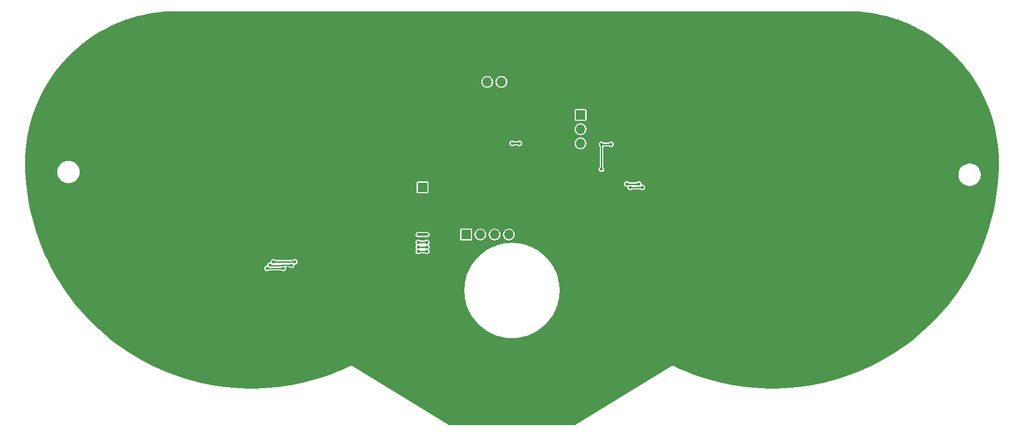
<source format=gbr>
%TF.GenerationSoftware,KiCad,Pcbnew,9.0.1*%
%TF.CreationDate,2025-05-06T09:33:05+02:00*%
%TF.ProjectId,hoofd nieuw V2,686f6f66-6420-46e6-9965-75772056322e,rev?*%
%TF.SameCoordinates,Original*%
%TF.FileFunction,Copper,L2,Bot*%
%TF.FilePolarity,Positive*%
%FSLAX46Y46*%
G04 Gerber Fmt 4.6, Leading zero omitted, Abs format (unit mm)*
G04 Created by KiCad (PCBNEW 9.0.1) date 2025-05-06 09:33:05*
%MOMM*%
%LPD*%
G01*
G04 APERTURE LIST*
%TA.AperFunction,ComponentPad*%
%ADD10R,1.700000X1.700000*%
%TD*%
%TA.AperFunction,ComponentPad*%
%ADD11O,1.700000X1.700000*%
%TD*%
%TA.AperFunction,ViaPad*%
%ADD12C,0.600000*%
%TD*%
%TA.AperFunction,Conductor*%
%ADD13C,0.550000*%
%TD*%
%TA.AperFunction,Conductor*%
%ADD14C,0.300000*%
%TD*%
%TA.AperFunction,Conductor*%
%ADD15C,0.250000*%
%TD*%
G04 APERTURE END LIST*
D10*
%TO.P,J4,1,Pin_1*%
%TO.N,GND*%
X132150000Y-33150000D03*
D11*
%TO.P,J4,2,Pin_2*%
%TO.N,Net-(J4-Pin_2)*%
X129610000Y-33150000D03*
%TO.P,J4,3,Pin_3*%
%TO.N,+3.3V*%
X127070000Y-33150000D03*
%TD*%
D10*
%TO.P,J3,1,Pin_1*%
%TO.N,+3.3V*%
X123310000Y-60450000D03*
D11*
%TO.P,J3,2,Pin_2*%
%TO.N,/SDA*%
X125850000Y-60450000D03*
%TO.P,J3,3,Pin_3*%
%TO.N,/SCL*%
X128390000Y-60450000D03*
%TO.P,J3,4,Pin_4*%
%TO.N,/mode*%
X130930000Y-60450000D03*
%TO.P,J3,5,Pin_5*%
%TO.N,GND*%
X133470000Y-60450000D03*
%TD*%
D10*
%TO.P,J2,1,Pin_1*%
%TO.N,+5V*%
X115525000Y-52000000D03*
D11*
%TO.P,J2,2,Pin_2*%
%TO.N,GND*%
X118065000Y-52000000D03*
%TD*%
D10*
%TO.P,J1,1,Pin_1*%
%TO.N,+3.3V*%
X143750000Y-39060000D03*
D11*
%TO.P,J1,2,Pin_2*%
%TO.N,/SCL*%
X143750000Y-41600000D03*
%TO.P,J1,3,Pin_3*%
%TO.N,/SDA*%
X143750000Y-44140000D03*
%TO.P,J1,4,Pin_4*%
%TO.N,GND*%
X143750000Y-46680000D03*
%TD*%
D12*
%TO.N,GND*%
X145500000Y-41500000D03*
X114300000Y-73200000D03*
X216000000Y-40000000D03*
X60675113Y-70000534D03*
X81500000Y-66100000D03*
X46000000Y-45000000D03*
X101000000Y-65000000D03*
X186000000Y-45000000D03*
X76000000Y-80000000D03*
X191000000Y-60000000D03*
X175400000Y-68000000D03*
X76000000Y-25000000D03*
X146000000Y-70000000D03*
X136000000Y-80000000D03*
X71000000Y-65000000D03*
X176000000Y-25000000D03*
X46000000Y-50000000D03*
X71000000Y-75000000D03*
X151000000Y-40000000D03*
X181000000Y-60000000D03*
X91000000Y-45000000D03*
X206000000Y-35000000D03*
X111000000Y-55000000D03*
X201000000Y-45000000D03*
X101000000Y-57500000D03*
X86000000Y-45000000D03*
X171000000Y-75000000D03*
X96000000Y-40000000D03*
X174500000Y-66700000D03*
X126000000Y-25000000D03*
X116000000Y-35000000D03*
X121000000Y-25000000D03*
X146000000Y-35000000D03*
X99800000Y-46600000D03*
X161000000Y-80000000D03*
X114400000Y-73800000D03*
X101000000Y-80000000D03*
X51000000Y-35000000D03*
X56000000Y-55000000D03*
X211000000Y-55000000D03*
X91000000Y-40000000D03*
X66000000Y-40000000D03*
X96000000Y-55000000D03*
X206000000Y-40000000D03*
X76000000Y-70000000D03*
X51000000Y-45000000D03*
X71000000Y-25000000D03*
X86000000Y-55000000D03*
X81000000Y-30000000D03*
X111000000Y-30000000D03*
X121000000Y-85000000D03*
X196000000Y-70000000D03*
X181000000Y-35000000D03*
X66000000Y-35000000D03*
X82300000Y-65300000D03*
X141000000Y-65000000D03*
X121000000Y-80000000D03*
X211000000Y-65000000D03*
X96000000Y-45000000D03*
X96000000Y-70000000D03*
X111000000Y-35000000D03*
X80500000Y-65700000D03*
X91000000Y-35000000D03*
X96000000Y-80000000D03*
X91600000Y-66800000D03*
X81000000Y-60000000D03*
X161000000Y-30000000D03*
X56000000Y-60000000D03*
X181000000Y-55000000D03*
X86000000Y-85000000D03*
X51000000Y-40000000D03*
X206000000Y-55000000D03*
X66000000Y-65000000D03*
X106000000Y-25000000D03*
X176000000Y-68000000D03*
X161000000Y-55000000D03*
X106000000Y-30000000D03*
X91000000Y-30000000D03*
X141000000Y-75000000D03*
X60675113Y-60000534D03*
X216000000Y-55000000D03*
X106000000Y-50000000D03*
X66000000Y-55000000D03*
X101000000Y-70000000D03*
X81000000Y-55000000D03*
X106000000Y-70000000D03*
X81000000Y-45000000D03*
X171000000Y-25000000D03*
X113800000Y-74800000D03*
X71000000Y-70000000D03*
X176000000Y-30000000D03*
X206000000Y-30000000D03*
X176000000Y-80000000D03*
X206000000Y-65000000D03*
X101000000Y-35000000D03*
X121660000Y-42820000D03*
X111000000Y-57500000D03*
X151000000Y-70000000D03*
X71000000Y-55000000D03*
X146000000Y-30000000D03*
X81000000Y-85000000D03*
X60675113Y-40000534D03*
X201000000Y-35000000D03*
X191000000Y-85000000D03*
X101000000Y-25000000D03*
X98800000Y-48500000D03*
X211000000Y-60000000D03*
X161000000Y-35000000D03*
X171000000Y-85000000D03*
X96000000Y-50000000D03*
X86000000Y-70000000D03*
X129700000Y-42800000D03*
X51000000Y-60000000D03*
X56000000Y-50000000D03*
X106000000Y-35000000D03*
X186000000Y-50000000D03*
X191000000Y-30000000D03*
X176000000Y-40000000D03*
X96000000Y-25000000D03*
X191000000Y-50000000D03*
X156000000Y-80000000D03*
X60675113Y-35000534D03*
X151000000Y-85000000D03*
X161000000Y-65000000D03*
X151000000Y-75000000D03*
X111000000Y-50000000D03*
X98200000Y-47000000D03*
X191000000Y-45000000D03*
X76000000Y-50000000D03*
X186000000Y-40000000D03*
X86000000Y-40000000D03*
X186000000Y-70000000D03*
X201000000Y-40000000D03*
X196000000Y-80000000D03*
X161300000Y-56200000D03*
X131000000Y-25000000D03*
X146000000Y-65000000D03*
X116400000Y-64500000D03*
X156000000Y-65000000D03*
X51000000Y-65000000D03*
X166000000Y-60000000D03*
X66000000Y-30000000D03*
X118990000Y-44300000D03*
X191000000Y-35000000D03*
X111000000Y-65000000D03*
X106000000Y-75000000D03*
X116000000Y-30000000D03*
X171000000Y-40000000D03*
X96000000Y-85000000D03*
X71000000Y-35000000D03*
X201000000Y-55000000D03*
X91000000Y-60000000D03*
X142450000Y-43270000D03*
X111000000Y-25000000D03*
X216000000Y-50000000D03*
X121000000Y-75000000D03*
X136000000Y-25000000D03*
X98200000Y-62700000D03*
X151000000Y-35000000D03*
X146500000Y-44000000D03*
X116000000Y-75000000D03*
X86000000Y-75000000D03*
X96000000Y-30000000D03*
X186000000Y-30000000D03*
X191000000Y-70000000D03*
X116000000Y-90000000D03*
X134000000Y-41500000D03*
X116300000Y-59630000D03*
X61000000Y-25000000D03*
X171000000Y-45000000D03*
X91000000Y-75000000D03*
X98300000Y-48200000D03*
X60675113Y-65000534D03*
X186000000Y-80000000D03*
X136000000Y-45000000D03*
X181000000Y-25000000D03*
X111000000Y-85000000D03*
X121000000Y-50000000D03*
X201000000Y-70000000D03*
X76000000Y-40000000D03*
X161000000Y-25000000D03*
X101000000Y-75000000D03*
X146000000Y-75000000D03*
X181000000Y-85000000D03*
X171000000Y-50000000D03*
X141000000Y-25000000D03*
X141000000Y-60000000D03*
X151000000Y-25000000D03*
X166000000Y-75000000D03*
X171000000Y-70000000D03*
X161000000Y-50000000D03*
X56000000Y-35000000D03*
X91000000Y-85000000D03*
X166000000Y-80000000D03*
X181000000Y-45000000D03*
X166000000Y-70000000D03*
X201000000Y-25000000D03*
X71000000Y-50000000D03*
X98600000Y-46500000D03*
X171000000Y-30000000D03*
X176400000Y-66900000D03*
X129700000Y-41300000D03*
X181000000Y-30000000D03*
X211000000Y-35000000D03*
X99200000Y-46500000D03*
X201000000Y-65000000D03*
X106000000Y-55000000D03*
X121000000Y-70000000D03*
X114300000Y-74400000D03*
X146500000Y-45000000D03*
X106000000Y-57500000D03*
X206000000Y-60000000D03*
X141000000Y-90000000D03*
X106000000Y-85000000D03*
X176000000Y-45000000D03*
X161000000Y-70000000D03*
X98100000Y-47600000D03*
X116000000Y-50000000D03*
X81000000Y-70000000D03*
X181000000Y-40000000D03*
X161000000Y-45000000D03*
X91000000Y-55000000D03*
X156000000Y-70000000D03*
X141000000Y-50000000D03*
X125100000Y-64200000D03*
X76000000Y-55000000D03*
X60675113Y-55000534D03*
X151000000Y-30000000D03*
X156000000Y-50000000D03*
X46000000Y-55000000D03*
X196000000Y-65000000D03*
X166000000Y-45000000D03*
X211000000Y-45000000D03*
X146820000Y-48220000D03*
X81000000Y-40000000D03*
X116000000Y-25000000D03*
X161900000Y-57200000D03*
X91000000Y-50000000D03*
X80900000Y-66100000D03*
X126000000Y-50000000D03*
X118990000Y-45600000D03*
X156000000Y-35000000D03*
X151000000Y-45000000D03*
X66000000Y-60000000D03*
X161400000Y-55600000D03*
X162500000Y-55200000D03*
X56000000Y-30000000D03*
X101430000Y-44790000D03*
X206000000Y-70000000D03*
X56000000Y-45000000D03*
X82100000Y-65900000D03*
X56000000Y-70000000D03*
X131000000Y-50000000D03*
X81000000Y-75000000D03*
X136000000Y-85000000D03*
X133290000Y-43380000D03*
X176000000Y-75000000D03*
X121000000Y-30000000D03*
X60675113Y-30000534D03*
X71000000Y-80000000D03*
X186000000Y-55000000D03*
X141000000Y-30000000D03*
X161000000Y-75000000D03*
X181000000Y-75000000D03*
X129600000Y-61100000D03*
X186000000Y-75000000D03*
X166000000Y-50000000D03*
X166000000Y-25000000D03*
X151000000Y-55000000D03*
X114710000Y-59620000D03*
X156000000Y-40000000D03*
X96000000Y-75000000D03*
X60675113Y-50000534D03*
X116000000Y-40000000D03*
X171000000Y-80000000D03*
X211000000Y-40000000D03*
X101000000Y-30000000D03*
X201000000Y-50000000D03*
X151000000Y-65000000D03*
X186000000Y-65000000D03*
X111000000Y-40000000D03*
X163000000Y-55500000D03*
X161400000Y-56800000D03*
X181000000Y-80000000D03*
X101000000Y-40000000D03*
X114260000Y-53200000D03*
X186000000Y-60000000D03*
X56000000Y-75000000D03*
X75160000Y-37200000D03*
X60675113Y-45000534D03*
X66000000Y-80000000D03*
X123200000Y-73400000D03*
X146000000Y-55000000D03*
X111000000Y-70000000D03*
X121000000Y-65000000D03*
X56000000Y-65000000D03*
X81000000Y-35000000D03*
X191000000Y-55000000D03*
X86000000Y-50000000D03*
X126000000Y-55000000D03*
X216000000Y-45000000D03*
X101000000Y-50000000D03*
X71000000Y-60000000D03*
X66000000Y-45000000D03*
X191000000Y-65000000D03*
X113200000Y-74800000D03*
X126000000Y-45000000D03*
X191000000Y-80000000D03*
X86000000Y-30000000D03*
X121000000Y-90000000D03*
X121000000Y-55000000D03*
X151000000Y-60000000D03*
X196000000Y-30000000D03*
X113800000Y-72800000D03*
X201000000Y-75000000D03*
X206000000Y-75000000D03*
X206000000Y-50000000D03*
X126000000Y-80000000D03*
X86000000Y-25000000D03*
X76000000Y-45000000D03*
X124700000Y-59600000D03*
X166000000Y-30000000D03*
X51000000Y-55000000D03*
X176000000Y-55000000D03*
X86000000Y-60000000D03*
X176000000Y-60000000D03*
X216000000Y-60000000D03*
X136000000Y-50000000D03*
X181000000Y-50000000D03*
X211000000Y-30000000D03*
X71000000Y-45000000D03*
X181000000Y-70000000D03*
X141000000Y-45000000D03*
X76000000Y-65000000D03*
X60675113Y-75000534D03*
X66000000Y-50000000D03*
X139710000Y-73630000D03*
X146000000Y-25000000D03*
X76000000Y-75000000D03*
X121790000Y-45150000D03*
X176000000Y-50000000D03*
X191000000Y-75000000D03*
X196000000Y-75000000D03*
X101000000Y-55000000D03*
X166000000Y-85000000D03*
X156000000Y-25000000D03*
X211000000Y-70000000D03*
X156000000Y-60000000D03*
X91000000Y-25000000D03*
X201000000Y-80000000D03*
X116400000Y-69100000D03*
X131000000Y-55000000D03*
X141000000Y-80000000D03*
X186000000Y-25000000D03*
X121000000Y-35000000D03*
X176400000Y-67500000D03*
X156000000Y-85000000D03*
X174500000Y-67300000D03*
X131000000Y-80000000D03*
X141000000Y-35000000D03*
X71000000Y-30000000D03*
X141000000Y-70000000D03*
X156000000Y-30000000D03*
X146000000Y-60000000D03*
X76000000Y-85000000D03*
X142000000Y-41500000D03*
X86000000Y-80000000D03*
X106000000Y-40000000D03*
X166000000Y-40000000D03*
X81000000Y-80000000D03*
X131000000Y-45000000D03*
X66000000Y-70000000D03*
X125500000Y-61900000D03*
X76000000Y-30000000D03*
X191000000Y-25000000D03*
X186000000Y-85000000D03*
X166000000Y-65000000D03*
X156000000Y-75000000D03*
X66000000Y-25000000D03*
X146000000Y-90000000D03*
X201000000Y-60000000D03*
X106000000Y-80000000D03*
X81000000Y-50000000D03*
X206000000Y-45000000D03*
X71000000Y-85000000D03*
X201000000Y-30000000D03*
X141000000Y-85000000D03*
X146000000Y-80000000D03*
X96000000Y-35000000D03*
X86000000Y-35000000D03*
X56000000Y-40000000D03*
X156000000Y-55000000D03*
X111000000Y-75000000D03*
X176000000Y-85000000D03*
X81000000Y-25000000D03*
X76000000Y-60000000D03*
X46000000Y-40000000D03*
X171000000Y-55000000D03*
X196000000Y-35000000D03*
X161900000Y-55200000D03*
X196000000Y-25000000D03*
X66000000Y-75000000D03*
X161000000Y-60000000D03*
X106000000Y-65000000D03*
X91000000Y-80000000D03*
X136000000Y-55000000D03*
%TO.N,+3.3V*%
X114775000Y-60450000D03*
X116275000Y-60450000D03*
%TO.N,Net-(U2-DVI)*%
X92110000Y-65965127D03*
X88296067Y-65875380D03*
X149176000Y-44325000D03*
X114775000Y-63460006D03*
X147499168Y-44325000D03*
X147493058Y-48766942D03*
X116275000Y-63460006D03*
%TO.N,/SDA*%
X152640523Y-52029477D03*
X131525000Y-44140000D03*
X90630657Y-66500657D03*
X154786105Y-52025000D03*
X87730000Y-66500380D03*
X114775000Y-61860000D03*
X132825000Y-44140000D03*
X116275000Y-61860000D03*
%TO.N,/SCL*%
X154131185Y-51398815D03*
X116275000Y-62660003D03*
X92689873Y-65340127D03*
X88890633Y-65340127D03*
X114775000Y-62660003D03*
X152010523Y-51399477D03*
%TD*%
D13*
%TO.N,+3.3V*%
X114775000Y-60450000D02*
X116275000Y-60450000D01*
D14*
%TO.N,Net-(U2-DVI)*%
X147499168Y-48760832D02*
X147493058Y-48766942D01*
D15*
X116265000Y-63460006D02*
X116275000Y-63470006D01*
X116275000Y-63470006D02*
X116275000Y-63460006D01*
X92019530Y-65874657D02*
X90371359Y-65874657D01*
X90279889Y-65966127D02*
X88386814Y-65966127D01*
X147499168Y-44325000D02*
X149161000Y-44325000D01*
X147499168Y-44325000D02*
X147499168Y-48760832D01*
X88386814Y-65966127D02*
X88296067Y-65875380D01*
X92110000Y-65965127D02*
X92019530Y-65874657D01*
X90371359Y-65874657D02*
X90279889Y-65966127D01*
X114775000Y-63460006D02*
X116265000Y-63460006D01*
D14*
X149161000Y-44325000D02*
X149176000Y-44340000D01*
D15*
X149161000Y-44325000D02*
X149176000Y-44325000D01*
%TO.N,/SDA*%
X116265000Y-61860000D02*
X116275000Y-61870000D01*
X154786105Y-52025000D02*
X152645000Y-52025000D01*
D14*
X132825000Y-44140000D02*
X131535000Y-44140000D01*
D15*
X114775000Y-61860000D02*
X116265000Y-61860000D01*
X116275000Y-61870000D02*
X116275000Y-61860000D01*
X152645000Y-52025000D02*
X152640523Y-52029477D01*
D14*
X131535000Y-44140000D02*
X131525000Y-44140000D01*
D15*
X90630380Y-66500380D02*
X87730000Y-66500380D01*
D14*
X131535000Y-44140000D02*
X131525000Y-44130000D01*
D15*
X90630657Y-66500657D02*
X90630380Y-66500380D01*
%TO.N,/SCL*%
X116265000Y-62660003D02*
X116275000Y-62670003D01*
X152011185Y-51398815D02*
X152010523Y-51399477D01*
X92690000Y-65340000D02*
X92689873Y-65340127D01*
X114775000Y-62660003D02*
X116265000Y-62660003D01*
X154131185Y-51398815D02*
X152011185Y-51398815D01*
X116275000Y-62670003D02*
X116275000Y-62660003D01*
X88890633Y-65340127D02*
X92689873Y-65340127D01*
%TD*%
%TA.AperFunction,Conductor*%
%TO.N,GND*%
G36*
X191501390Y-20500526D02*
G01*
X192506785Y-20519329D01*
X192512280Y-20519534D01*
X193514936Y-20575842D01*
X193520435Y-20576254D01*
X194520222Y-20670007D01*
X194525743Y-20670630D01*
X195521332Y-20801701D01*
X195526753Y-20802518D01*
X196516803Y-20970735D01*
X196522230Y-20971762D01*
X197505243Y-21176868D01*
X197510638Y-21178099D01*
X198485297Y-21419819D01*
X198490640Y-21421251D01*
X199455606Y-21699252D01*
X199460868Y-21700876D01*
X200414726Y-22014752D01*
X200419952Y-22016580D01*
X201361449Y-22365918D01*
X201366574Y-22367929D01*
X202294307Y-22752209D01*
X202299407Y-22754433D01*
X203212111Y-23173129D01*
X203217131Y-23175547D01*
X204113541Y-23628075D01*
X204118446Y-23630667D01*
X204997333Y-24116411D01*
X205002103Y-24119165D01*
X205862228Y-24637441D01*
X205866896Y-24640373D01*
X206454493Y-25025095D01*
X206707029Y-25190440D01*
X206711633Y-25193579D01*
X207530582Y-25774654D01*
X207535065Y-25777963D01*
X208331708Y-26389249D01*
X208336065Y-26392724D01*
X209109271Y-27033350D01*
X209113495Y-27036984D01*
X209862255Y-27706117D01*
X209866339Y-27709907D01*
X210589522Y-28406536D01*
X210593463Y-28410477D01*
X211290092Y-29133660D01*
X211293882Y-29137744D01*
X211963015Y-29886504D01*
X211966649Y-29890728D01*
X212607275Y-30663934D01*
X212610750Y-30668291D01*
X213222036Y-31464934D01*
X213225345Y-31469417D01*
X213806420Y-32288366D01*
X213809559Y-32292970D01*
X214359610Y-33133078D01*
X214362567Y-33137785D01*
X214773433Y-33819654D01*
X214880818Y-33997868D01*
X214883598Y-34002683D01*
X215015918Y-34242099D01*
X215369320Y-34881531D01*
X215371924Y-34886458D01*
X215824452Y-35782868D01*
X215826870Y-35787888D01*
X216245562Y-36700585D01*
X216247790Y-36705692D01*
X216632057Y-37633394D01*
X216634093Y-37638581D01*
X216983413Y-38580030D01*
X216985253Y-38585290D01*
X217299113Y-39539099D01*
X217300756Y-39544424D01*
X217578743Y-40509340D01*
X217580185Y-40514722D01*
X217821895Y-41489342D01*
X217823135Y-41494775D01*
X218028232Y-42477745D01*
X218029268Y-42483219D01*
X218197474Y-43473202D01*
X218198304Y-43478713D01*
X218329368Y-44474248D01*
X218329992Y-44479785D01*
X218423742Y-45479535D01*
X218424159Y-45485092D01*
X218480463Y-46487683D01*
X218480671Y-46493251D01*
X218499452Y-47497451D01*
X218499460Y-47502552D01*
X218479982Y-48756016D01*
X218479838Y-48760644D01*
X218421415Y-50013107D01*
X218421128Y-50017728D01*
X218323816Y-51267812D01*
X218323385Y-51272422D01*
X218187281Y-52518862D01*
X218186707Y-52523456D01*
X218011940Y-53765082D01*
X218011223Y-53769656D01*
X217797970Y-55005208D01*
X217797112Y-55009758D01*
X217545567Y-56238117D01*
X217544568Y-56242638D01*
X217254972Y-57462615D01*
X217253832Y-57467103D01*
X216926486Y-58677441D01*
X216925208Y-58681891D01*
X216560413Y-59881480D01*
X216558998Y-59885888D01*
X216157086Y-61073630D01*
X216155533Y-61077992D01*
X215716949Y-62252570D01*
X215715263Y-62256882D01*
X215240361Y-63417350D01*
X215238541Y-63421607D01*
X214727824Y-64566737D01*
X214725872Y-64570936D01*
X214179830Y-65699629D01*
X214177749Y-65703765D01*
X213596900Y-66814948D01*
X213594692Y-66819017D01*
X212979591Y-67911633D01*
X212977257Y-67915632D01*
X212328530Y-68988567D01*
X212326074Y-68992492D01*
X211644277Y-70044827D01*
X211641699Y-70048673D01*
X210927565Y-71079271D01*
X210924869Y-71083035D01*
X210179058Y-72090950D01*
X210176246Y-72094629D01*
X209399479Y-73078882D01*
X209396555Y-73082471D01*
X208589574Y-74042127D01*
X208586539Y-74045624D01*
X207750155Y-74979716D01*
X207747014Y-74983117D01*
X206881982Y-75890802D01*
X206878736Y-75894104D01*
X205985922Y-76774472D01*
X205982575Y-76777671D01*
X205062854Y-77629860D01*
X205059409Y-77632954D01*
X204113646Y-78456163D01*
X204110107Y-78459148D01*
X203139234Y-79252566D01*
X203135604Y-79255440D01*
X202140515Y-80018335D01*
X202136797Y-80021094D01*
X201118527Y-80752673D01*
X201114725Y-80755316D01*
X200074189Y-81454921D01*
X200070307Y-81457444D01*
X199008573Y-82124361D01*
X199004615Y-82126763D01*
X197922621Y-82760399D01*
X197918590Y-82762676D01*
X196817461Y-83362371D01*
X196813361Y-83364522D01*
X195694135Y-83929714D01*
X195689970Y-83931737D01*
X194553696Y-84461895D01*
X194549470Y-84463787D01*
X193397305Y-84958370D01*
X193393023Y-84960130D01*
X192226027Y-85418686D01*
X192221692Y-85420312D01*
X191041026Y-85842381D01*
X191036642Y-85843872D01*
X189843425Y-86229056D01*
X189838997Y-86230410D01*
X188634373Y-86578340D01*
X188629906Y-86579555D01*
X187415076Y-86889883D01*
X187410573Y-86890959D01*
X186186689Y-87163392D01*
X186182154Y-87164328D01*
X184950373Y-87398607D01*
X184945812Y-87399401D01*
X183707392Y-87595289D01*
X183702808Y-87595942D01*
X182458829Y-87753266D01*
X182454227Y-87753775D01*
X181206008Y-87872367D01*
X181201393Y-87872733D01*
X179950101Y-87952487D01*
X179945476Y-87952710D01*
X178692287Y-87993546D01*
X178687658Y-87993625D01*
X177433808Y-87995506D01*
X177429178Y-87995441D01*
X176175872Y-87958363D01*
X176171247Y-87958154D01*
X174919725Y-87882155D01*
X174915108Y-87881803D01*
X173666505Y-87766951D01*
X173661902Y-87766455D01*
X172417493Y-87612868D01*
X172412907Y-87612229D01*
X171173911Y-87420058D01*
X171169347Y-87419278D01*
X169936861Y-87188693D01*
X169932324Y-87187771D01*
X168707611Y-86919007D01*
X168703104Y-86917944D01*
X167487351Y-86611261D01*
X167482880Y-86610059D01*
X166277247Y-86265753D01*
X166272815Y-86264413D01*
X165078408Y-85882796D01*
X165074021Y-85881318D01*
X163892125Y-85462804D01*
X163887784Y-85461191D01*
X162719407Y-85006133D01*
X162715120Y-85004386D01*
X161561462Y-84513255D01*
X161557230Y-84511375D01*
X160429667Y-83989394D01*
X160427894Y-83988559D01*
X160424556Y-83986960D01*
X160380410Y-83963052D01*
X160368902Y-83960301D01*
X160358011Y-83955085D01*
X160357929Y-83955057D01*
X160308344Y-83945659D01*
X160301468Y-83944187D01*
X160252232Y-83932423D01*
X160240219Y-83932750D01*
X160228455Y-83930521D01*
X160174650Y-83934536D01*
X160171114Y-83934633D01*
X160171105Y-83934634D01*
X160120492Y-83936015D01*
X160108975Y-83939439D01*
X160097037Y-83940331D01*
X160046118Y-83958131D01*
X160042717Y-83959143D01*
X160042710Y-83959146D01*
X159994180Y-83973578D01*
X159994177Y-83973579D01*
X159983937Y-83979868D01*
X159972635Y-83983821D01*
X159928022Y-84014217D01*
X159925019Y-84016062D01*
X142894436Y-94477460D01*
X142820507Y-94499445D01*
X142816448Y-94499500D01*
X120183551Y-94499500D01*
X120109051Y-94479538D01*
X120105563Y-94477460D01*
X103075060Y-84016115D01*
X103072064Y-84014274D01*
X103027367Y-83983820D01*
X103016036Y-83979858D01*
X103012114Y-83977449D01*
X103005817Y-83973581D01*
X102957385Y-83959178D01*
X102950717Y-83957023D01*
X102902965Y-83940330D01*
X102902963Y-83940329D01*
X102902958Y-83940328D01*
X102890991Y-83939434D01*
X102879501Y-83936018D01*
X102825509Y-83934546D01*
X102821985Y-83934283D01*
X102821959Y-83934282D01*
X102774802Y-83930763D01*
X102771547Y-83930520D01*
X102771546Y-83930520D01*
X102771537Y-83930520D01*
X102759754Y-83932752D01*
X102747766Y-83932427D01*
X102695211Y-83944984D01*
X102691742Y-83945642D01*
X102691727Y-83945646D01*
X102642067Y-83955057D01*
X102641998Y-83955080D01*
X102631083Y-83960308D01*
X102619589Y-83963055D01*
X102575482Y-83986941D01*
X102572147Y-83988539D01*
X102571972Y-83988571D01*
X102570375Y-83989373D01*
X101442771Y-84511373D01*
X101438539Y-84513253D01*
X100284881Y-85004384D01*
X100280594Y-85006131D01*
X99112216Y-85461189D01*
X99107875Y-85462802D01*
X97925980Y-85881316D01*
X97921593Y-85882794D01*
X96727186Y-86264412D01*
X96722754Y-86265752D01*
X95517121Y-86610058D01*
X95512650Y-86611260D01*
X94296896Y-86917942D01*
X94292389Y-86919005D01*
X93067677Y-87187769D01*
X93063140Y-87188691D01*
X91830654Y-87419277D01*
X91826090Y-87420057D01*
X90587094Y-87612228D01*
X90582508Y-87612867D01*
X89338099Y-87766454D01*
X89333496Y-87766950D01*
X88084892Y-87881802D01*
X88080275Y-87882154D01*
X86828754Y-87958153D01*
X86824129Y-87958362D01*
X85570823Y-87995440D01*
X85566193Y-87995505D01*
X84312342Y-87993624D01*
X84307713Y-87993545D01*
X83054522Y-87952709D01*
X83049900Y-87952486D01*
X82964591Y-87947048D01*
X81798609Y-87872733D01*
X81793994Y-87872367D01*
X80545773Y-87753774D01*
X80541171Y-87753265D01*
X79297193Y-87595941D01*
X79292609Y-87595288D01*
X78054189Y-87399400D01*
X78049628Y-87398606D01*
X76817846Y-87164327D01*
X76813311Y-87163391D01*
X75589427Y-86890958D01*
X75584924Y-86889882D01*
X74370103Y-86579557D01*
X74365636Y-86578342D01*
X73160995Y-86230407D01*
X73156567Y-86229053D01*
X71963359Y-85843871D01*
X71958975Y-85842380D01*
X70778309Y-85420311D01*
X70773974Y-85418685D01*
X69606977Y-84960130D01*
X69602695Y-84958370D01*
X68450530Y-84463787D01*
X68446304Y-84461895D01*
X67310030Y-83931737D01*
X67305865Y-83929714D01*
X66186640Y-83364523D01*
X66182540Y-83362372D01*
X66182538Y-83362371D01*
X65481405Y-82980520D01*
X65081411Y-82762675D01*
X65077380Y-82760398D01*
X63995385Y-82126763D01*
X63991427Y-82124361D01*
X62929693Y-81457444D01*
X62925811Y-81454921D01*
X61885275Y-80755316D01*
X61881473Y-80752673D01*
X60863203Y-80021094D01*
X60859485Y-80018335D01*
X59864396Y-79255440D01*
X59860766Y-79252566D01*
X58889893Y-78459147D01*
X58886354Y-78456162D01*
X57940591Y-77632954D01*
X57937146Y-77629860D01*
X57649462Y-77363300D01*
X57017423Y-76777669D01*
X57014078Y-76774472D01*
X56121264Y-75894104D01*
X56118018Y-75890802D01*
X55654100Y-75404009D01*
X55252957Y-74983086D01*
X55249905Y-74979782D01*
X54413431Y-74045590D01*
X54410427Y-74042127D01*
X53603461Y-73082491D01*
X53600536Y-73078902D01*
X53600520Y-73078882D01*
X52823728Y-72094594D01*
X52820928Y-72090929D01*
X52223571Y-71283641D01*
X52075115Y-71083014D01*
X52072450Y-71079292D01*
X51443567Y-70171722D01*
X122999500Y-70171722D01*
X122999500Y-70728277D01*
X123035899Y-71283644D01*
X123108544Y-71835434D01*
X123217125Y-72381299D01*
X123217126Y-72381303D01*
X123361168Y-72918878D01*
X123361169Y-72918881D01*
X123361171Y-72918887D01*
X123540070Y-73445906D01*
X123753054Y-73960096D01*
X123793507Y-74042127D01*
X123999205Y-74459243D01*
X123999207Y-74459246D01*
X124277490Y-74941247D01*
X124277491Y-74941249D01*
X124420786Y-75155704D01*
X124586695Y-75404004D01*
X124925504Y-75845549D01*
X125292467Y-76263989D01*
X125686011Y-76657533D01*
X126104451Y-77024496D01*
X126545996Y-77363305D01*
X126821627Y-77547475D01*
X127008750Y-77672508D01*
X127008752Y-77672509D01*
X127008754Y-77672510D01*
X127490745Y-77950788D01*
X127490752Y-77950791D01*
X127490753Y-77950792D01*
X127490756Y-77950794D01*
X127671491Y-78039922D01*
X127989904Y-78196946D01*
X128504094Y-78409930D01*
X129031113Y-78588829D01*
X129568704Y-78732876D01*
X130114565Y-78841455D01*
X130666355Y-78914100D01*
X130781712Y-78921660D01*
X131221722Y-78950500D01*
X131221736Y-78950500D01*
X131778264Y-78950500D01*
X131778278Y-78950500D01*
X132247125Y-78919770D01*
X132333644Y-78914100D01*
X132747486Y-78859616D01*
X132885435Y-78841455D01*
X133431296Y-78732876D01*
X133968887Y-78588829D01*
X134495906Y-78409930D01*
X135010096Y-78196946D01*
X135509255Y-77950788D01*
X135991246Y-77672510D01*
X136454004Y-77363305D01*
X136895549Y-77024496D01*
X137313989Y-76657533D01*
X137707533Y-76263989D01*
X138074496Y-75845549D01*
X138413305Y-75404004D01*
X138722510Y-74941246D01*
X139000788Y-74459255D01*
X139246946Y-73960096D01*
X139459930Y-73445906D01*
X139638829Y-72918887D01*
X139782876Y-72381296D01*
X139891455Y-71835435D01*
X139964100Y-71283641D01*
X140000500Y-70728278D01*
X140000500Y-70171722D01*
X139964100Y-69616359D01*
X139964100Y-69616355D01*
X139891455Y-69064565D01*
X139876738Y-68990578D01*
X139782876Y-68518704D01*
X139638829Y-67981113D01*
X139459930Y-67454094D01*
X139246946Y-66939904D01*
X139026924Y-66493743D01*
X139000794Y-66440756D01*
X139000792Y-66440753D01*
X139000791Y-66440752D01*
X139000788Y-66440745D01*
X138722510Y-65958754D01*
X138722509Y-65958752D01*
X138722508Y-65958750D01*
X138579214Y-65744296D01*
X138413305Y-65495996D01*
X138074496Y-65054451D01*
X137707533Y-64636011D01*
X137313989Y-64242467D01*
X136895549Y-63875504D01*
X136754555Y-63767316D01*
X136454009Y-63536699D01*
X136454004Y-63536695D01*
X136270671Y-63414196D01*
X135991249Y-63227491D01*
X135991247Y-63227490D01*
X135631479Y-63019778D01*
X135509255Y-62949212D01*
X135509252Y-62949210D01*
X135509246Y-62949207D01*
X135509243Y-62949205D01*
X135169302Y-62781565D01*
X135010096Y-62703054D01*
X134495906Y-62490070D01*
X134495904Y-62490069D01*
X133968881Y-62311169D01*
X133968878Y-62311168D01*
X133464754Y-62176089D01*
X133431296Y-62167124D01*
X133248523Y-62130768D01*
X132885434Y-62058544D01*
X132333644Y-61985899D01*
X131807116Y-61951390D01*
X131778278Y-61949500D01*
X131221722Y-61949500D01*
X130666355Y-61985899D01*
X130114565Y-62058544D01*
X129661319Y-62148701D01*
X129568704Y-62167124D01*
X129568701Y-62167124D01*
X129568700Y-62167125D01*
X129568696Y-62167126D01*
X129031121Y-62311168D01*
X129031118Y-62311169D01*
X128504095Y-62490069D01*
X128504093Y-62490070D01*
X127989913Y-62703050D01*
X127989902Y-62703055D01*
X127490756Y-62949205D01*
X127490753Y-62949207D01*
X127008752Y-63227490D01*
X127008750Y-63227491D01*
X126545990Y-63536699D01*
X126104455Y-63875500D01*
X126104449Y-63875505D01*
X125686006Y-64242471D01*
X125292471Y-64636006D01*
X124925505Y-65054449D01*
X124925500Y-65054455D01*
X124586699Y-65495990D01*
X124277491Y-65958750D01*
X124277490Y-65958752D01*
X123999207Y-66440753D01*
X123999205Y-66440756D01*
X123753055Y-66939902D01*
X123753050Y-66939913D01*
X123540070Y-67454093D01*
X123540069Y-67454095D01*
X123361169Y-67981118D01*
X123361168Y-67981121D01*
X123217126Y-68518696D01*
X123217125Y-68518700D01*
X123108544Y-69064565D01*
X123035899Y-69616355D01*
X122999500Y-70171722D01*
X51443567Y-70171722D01*
X51358275Y-70048634D01*
X51355748Y-70044864D01*
X50673912Y-68992471D01*
X50671484Y-68988590D01*
X50022743Y-67915632D01*
X50020409Y-67911633D01*
X49405301Y-66819004D01*
X49403133Y-66815010D01*
X49204222Y-66434486D01*
X87229500Y-66434486D01*
X87229500Y-66434488D01*
X87229500Y-66566272D01*
X87263608Y-66693566D01*
X87263609Y-66693567D01*
X87329497Y-66807690D01*
X87329498Y-66807691D01*
X87329500Y-66807694D01*
X87422686Y-66900880D01*
X87422688Y-66900881D01*
X87422689Y-66900882D01*
X87423169Y-66901159D01*
X87536814Y-66966772D01*
X87664108Y-67000880D01*
X87795892Y-67000880D01*
X87923186Y-66966772D01*
X88037314Y-66900880D01*
X88068674Y-66869519D01*
X88135467Y-66830957D01*
X88174031Y-66825880D01*
X90186349Y-66825880D01*
X90260849Y-66845842D01*
X90291703Y-66869517D01*
X90323343Y-66901157D01*
X90437471Y-66967049D01*
X90564765Y-67001157D01*
X90696549Y-67001157D01*
X90823843Y-66967049D01*
X90937971Y-66901157D01*
X91031157Y-66807971D01*
X91097049Y-66693843D01*
X91131157Y-66566549D01*
X91131157Y-66434765D01*
X91118552Y-66387721D01*
X91118552Y-66310593D01*
X91157116Y-66243798D01*
X91223911Y-66205234D01*
X91262475Y-66200157D01*
X91581742Y-66200157D01*
X91656242Y-66220119D01*
X91702006Y-66265883D01*
X91703556Y-66264695D01*
X91709500Y-66272442D01*
X91802683Y-66365624D01*
X91802686Y-66365627D01*
X91916814Y-66431519D01*
X92044108Y-66465627D01*
X92175892Y-66465627D01*
X92303186Y-66431519D01*
X92417314Y-66365627D01*
X92510500Y-66272441D01*
X92576392Y-66158313D01*
X92610500Y-66031019D01*
X92610500Y-65989627D01*
X92630462Y-65915127D01*
X92685000Y-65860589D01*
X92746381Y-65844142D01*
X92746086Y-65841901D01*
X92755758Y-65840627D01*
X92755765Y-65840627D01*
X92883059Y-65806519D01*
X92997187Y-65740627D01*
X93090373Y-65647441D01*
X93156265Y-65533313D01*
X93190373Y-65406019D01*
X93190373Y-65274235D01*
X93156265Y-65146941D01*
X93090373Y-65032813D01*
X92997187Y-64939627D01*
X92997184Y-64939625D01*
X92997183Y-64939624D01*
X92926387Y-64898750D01*
X92883059Y-64873735D01*
X92755765Y-64839627D01*
X92623981Y-64839627D01*
X92496687Y-64873735D01*
X92496685Y-64873735D01*
X92496685Y-64873736D01*
X92382562Y-64939624D01*
X92382561Y-64939625D01*
X92382559Y-64939626D01*
X92382559Y-64939627D01*
X92351198Y-64970987D01*
X92284406Y-65009550D01*
X92245842Y-65014627D01*
X89334664Y-65014627D01*
X89260164Y-64994665D01*
X89229309Y-64970989D01*
X89197947Y-64939627D01*
X89197944Y-64939625D01*
X89197943Y-64939624D01*
X89127147Y-64898750D01*
X89083819Y-64873735D01*
X88956525Y-64839627D01*
X88824741Y-64839627D01*
X88697447Y-64873735D01*
X88697445Y-64873735D01*
X88697445Y-64873736D01*
X88583322Y-64939624D01*
X88490130Y-65032816D01*
X88424242Y-65146939D01*
X88392756Y-65264445D01*
X88354191Y-65331239D01*
X88287396Y-65369803D01*
X88248833Y-65374880D01*
X88230175Y-65374880D01*
X88102881Y-65408988D01*
X88102879Y-65408988D01*
X88102879Y-65408989D01*
X87988756Y-65474877D01*
X87895564Y-65568069D01*
X87829676Y-65682192D01*
X87829675Y-65682194D01*
X87824446Y-65701710D01*
X87795567Y-65809486D01*
X87795567Y-65851903D01*
X87775605Y-65926403D01*
X87721067Y-65980941D01*
X87673473Y-65997096D01*
X87673542Y-65997352D01*
X87669648Y-65998395D01*
X87666017Y-65999628D01*
X87664111Y-65999878D01*
X87572396Y-66024453D01*
X87536814Y-66033988D01*
X87536812Y-66033988D01*
X87536812Y-66033989D01*
X87422689Y-66099877D01*
X87329497Y-66193069D01*
X87283672Y-66272442D01*
X87263608Y-66307194D01*
X87247952Y-66365624D01*
X87229500Y-66434486D01*
X49204222Y-66434486D01*
X48822246Y-65703754D01*
X48820171Y-65699629D01*
X48811736Y-65682194D01*
X48274115Y-64570909D01*
X48272188Y-64566764D01*
X47761457Y-63421604D01*
X47759639Y-63417350D01*
X47698036Y-63266818D01*
X47284720Y-62256840D01*
X47283068Y-62252613D01*
X47111863Y-61794106D01*
X114274500Y-61794106D01*
X114274500Y-61794108D01*
X114274500Y-61925892D01*
X114308608Y-62053186D01*
X114311702Y-62058545D01*
X114374496Y-62167308D01*
X114374500Y-62167314D01*
X114374503Y-62167317D01*
X114376017Y-62169290D01*
X114376972Y-62171597D01*
X114379383Y-62175772D01*
X114378833Y-62176089D01*
X114405535Y-62240546D01*
X114395472Y-62317015D01*
X114376021Y-62350706D01*
X114374500Y-62352686D01*
X114308609Y-62466815D01*
X114308608Y-62466817D01*
X114292778Y-62525893D01*
X114274500Y-62594109D01*
X114274500Y-62594111D01*
X114274500Y-62725895D01*
X114308608Y-62853189D01*
X114308609Y-62853190D01*
X114374496Y-62967311D01*
X114374500Y-62967317D01*
X114374503Y-62967320D01*
X114376017Y-62969293D01*
X114376972Y-62971600D01*
X114379383Y-62975775D01*
X114378833Y-62976092D01*
X114405535Y-63040549D01*
X114395472Y-63117018D01*
X114376021Y-63150709D01*
X114374500Y-63152689D01*
X114308609Y-63266818D01*
X114274500Y-63394112D01*
X114274500Y-63394114D01*
X114274500Y-63525898D01*
X114308608Y-63653192D01*
X114308609Y-63653193D01*
X114374497Y-63767316D01*
X114374498Y-63767317D01*
X114374500Y-63767320D01*
X114467686Y-63860506D01*
X114581814Y-63926398D01*
X114709108Y-63960506D01*
X114840892Y-63960506D01*
X114968186Y-63926398D01*
X115082314Y-63860506D01*
X115113674Y-63829145D01*
X115180467Y-63790583D01*
X115219031Y-63785506D01*
X115830969Y-63785506D01*
X115905469Y-63805468D01*
X115936323Y-63829143D01*
X115967686Y-63860506D01*
X116081814Y-63926398D01*
X116209108Y-63960506D01*
X116340892Y-63960506D01*
X116468186Y-63926398D01*
X116582314Y-63860506D01*
X116675500Y-63767320D01*
X116741392Y-63653192D01*
X116775500Y-63525898D01*
X116775500Y-63394114D01*
X116741392Y-63266820D01*
X116675500Y-63152692D01*
X116675499Y-63152690D01*
X116673984Y-63150716D01*
X116673030Y-63148413D01*
X116670617Y-63144234D01*
X116671167Y-63143916D01*
X116644464Y-63079461D01*
X116654527Y-63002992D01*
X116673988Y-62969286D01*
X116675493Y-62967323D01*
X116675500Y-62967317D01*
X116741392Y-62853189D01*
X116775500Y-62725895D01*
X116775500Y-62594111D01*
X116741392Y-62466817D01*
X116675500Y-62352689D01*
X116675499Y-62352687D01*
X116673984Y-62350713D01*
X116673030Y-62348410D01*
X116670617Y-62344231D01*
X116671167Y-62343913D01*
X116644464Y-62279458D01*
X116654527Y-62202989D01*
X116673988Y-62169283D01*
X116675493Y-62167320D01*
X116675500Y-62167314D01*
X116741392Y-62053186D01*
X116775500Y-61925892D01*
X116775500Y-61794108D01*
X116741392Y-61666814D01*
X116675500Y-61552686D01*
X116582314Y-61459500D01*
X116582311Y-61459498D01*
X116582310Y-61459497D01*
X116511514Y-61418623D01*
X116468186Y-61393608D01*
X116340892Y-61359500D01*
X116209108Y-61359500D01*
X116081814Y-61393608D01*
X116081812Y-61393608D01*
X116081812Y-61393609D01*
X115967689Y-61459497D01*
X115967688Y-61459498D01*
X115967686Y-61459499D01*
X115967686Y-61459500D01*
X115936325Y-61490860D01*
X115869533Y-61529423D01*
X115830969Y-61534500D01*
X115219031Y-61534500D01*
X115144531Y-61514538D01*
X115113676Y-61490862D01*
X115082314Y-61459500D01*
X115082311Y-61459498D01*
X115082310Y-61459497D01*
X115011514Y-61418623D01*
X114968186Y-61393608D01*
X114840892Y-61359500D01*
X114709108Y-61359500D01*
X114581814Y-61393608D01*
X114581812Y-61393608D01*
X114581812Y-61393609D01*
X114467689Y-61459497D01*
X114374497Y-61552689D01*
X114308609Y-61666812D01*
X114274500Y-61794106D01*
X47111863Y-61794106D01*
X46844452Y-61077950D01*
X46842928Y-61073671D01*
X46609591Y-60384106D01*
X114274500Y-60384106D01*
X114274500Y-60384108D01*
X114274500Y-60515892D01*
X114308608Y-60643186D01*
X114308609Y-60643187D01*
X114374497Y-60757310D01*
X114374498Y-60757311D01*
X114374500Y-60757314D01*
X114467686Y-60850500D01*
X114581814Y-60916392D01*
X114709108Y-60950500D01*
X114840892Y-60950500D01*
X114877128Y-60940790D01*
X114915247Y-60930577D01*
X114953811Y-60925500D01*
X116096189Y-60925500D01*
X116134753Y-60930577D01*
X116209104Y-60950499D01*
X116209108Y-60950500D01*
X116340892Y-60950500D01*
X116468186Y-60916392D01*
X116582314Y-60850500D01*
X116675500Y-60757314D01*
X116741392Y-60643186D01*
X116775500Y-60515892D01*
X116775500Y-60384108D01*
X116741392Y-60256814D01*
X116691360Y-60170157D01*
X116675502Y-60142689D01*
X116675501Y-60142688D01*
X116675500Y-60142686D01*
X116582314Y-60049500D01*
X116582311Y-60049498D01*
X116582310Y-60049497D01*
X116511514Y-60008623D01*
X116468186Y-59983608D01*
X116340892Y-59949500D01*
X116209108Y-59949500D01*
X116209104Y-59949500D01*
X116134753Y-59969423D01*
X116096189Y-59974500D01*
X114953811Y-59974500D01*
X114915247Y-59969423D01*
X114840895Y-59949500D01*
X114840892Y-59949500D01*
X114709108Y-59949500D01*
X114581814Y-59983608D01*
X114581812Y-59983608D01*
X114581812Y-59983609D01*
X114467689Y-60049497D01*
X114374497Y-60142689D01*
X114308609Y-60256812D01*
X114274500Y-60384106D01*
X46609591Y-60384106D01*
X46440996Y-59885870D01*
X46439587Y-59881480D01*
X46358941Y-59616283D01*
X46347984Y-59580251D01*
X122259500Y-59580251D01*
X122259500Y-61319748D01*
X122271132Y-61378230D01*
X122271133Y-61378231D01*
X122315448Y-61444552D01*
X122381769Y-61488867D01*
X122440252Y-61500500D01*
X124179748Y-61500500D01*
X124238231Y-61488867D01*
X124304552Y-61444552D01*
X124348867Y-61378231D01*
X124360500Y-61319748D01*
X124360500Y-60346534D01*
X124799500Y-60346534D01*
X124799500Y-60553465D01*
X124817346Y-60643186D01*
X124839870Y-60756420D01*
X124853455Y-60789219D01*
X124919057Y-60947596D01*
X125034022Y-61119654D01*
X125180345Y-61265977D01*
X125352403Y-61380942D01*
X125431591Y-61413742D01*
X125543580Y-61460130D01*
X125746535Y-61500500D01*
X125953465Y-61500500D01*
X126156420Y-61460130D01*
X126347598Y-61380941D01*
X126519655Y-61265977D01*
X126665977Y-61119655D01*
X126780941Y-60947598D01*
X126860130Y-60756420D01*
X126900500Y-60553465D01*
X126900500Y-60346535D01*
X126900500Y-60346534D01*
X127339500Y-60346534D01*
X127339500Y-60553465D01*
X127357346Y-60643186D01*
X127379870Y-60756420D01*
X127393455Y-60789219D01*
X127459057Y-60947596D01*
X127574022Y-61119654D01*
X127720345Y-61265977D01*
X127892403Y-61380942D01*
X127971591Y-61413742D01*
X128083580Y-61460130D01*
X128286535Y-61500500D01*
X128493465Y-61500500D01*
X128696420Y-61460130D01*
X128887598Y-61380941D01*
X129059655Y-61265977D01*
X129205977Y-61119655D01*
X129320941Y-60947598D01*
X129400130Y-60756420D01*
X129440500Y-60553465D01*
X129440500Y-60346535D01*
X129440500Y-60346534D01*
X129879500Y-60346534D01*
X129879500Y-60553465D01*
X129897346Y-60643186D01*
X129919870Y-60756420D01*
X129933455Y-60789219D01*
X129999057Y-60947596D01*
X130114022Y-61119654D01*
X130260345Y-61265977D01*
X130432403Y-61380942D01*
X130511591Y-61413742D01*
X130623580Y-61460130D01*
X130826535Y-61500500D01*
X131033465Y-61500500D01*
X131236420Y-61460130D01*
X131427598Y-61380941D01*
X131599655Y-61265977D01*
X131745977Y-61119655D01*
X131860941Y-60947598D01*
X131940130Y-60756420D01*
X131980500Y-60553465D01*
X131980500Y-60346535D01*
X131940130Y-60143580D01*
X131893742Y-60031591D01*
X131860942Y-59952403D01*
X131745977Y-59780345D01*
X131599654Y-59634022D01*
X131427596Y-59519057D01*
X131269219Y-59453455D01*
X131236420Y-59439870D01*
X131236418Y-59439869D01*
X131236417Y-59439869D01*
X131033465Y-59399500D01*
X130826535Y-59399500D01*
X130623582Y-59439869D01*
X130432403Y-59519057D01*
X130260345Y-59634022D01*
X130114022Y-59780345D01*
X129999057Y-59952403D01*
X129919869Y-60143582D01*
X129879500Y-60346534D01*
X129440500Y-60346534D01*
X129400130Y-60143580D01*
X129353742Y-60031591D01*
X129320942Y-59952403D01*
X129205977Y-59780345D01*
X129059654Y-59634022D01*
X128887596Y-59519057D01*
X128729219Y-59453455D01*
X128696420Y-59439870D01*
X128696418Y-59439869D01*
X128696417Y-59439869D01*
X128493465Y-59399500D01*
X128286535Y-59399500D01*
X128083582Y-59439869D01*
X127892403Y-59519057D01*
X127720345Y-59634022D01*
X127574022Y-59780345D01*
X127459057Y-59952403D01*
X127379869Y-60143582D01*
X127339500Y-60346534D01*
X126900500Y-60346534D01*
X126860130Y-60143580D01*
X126813742Y-60031591D01*
X126780942Y-59952403D01*
X126665977Y-59780345D01*
X126519654Y-59634022D01*
X126347596Y-59519057D01*
X126189219Y-59453455D01*
X126156420Y-59439870D01*
X126156418Y-59439869D01*
X126156417Y-59439869D01*
X125953465Y-59399500D01*
X125746535Y-59399500D01*
X125543582Y-59439869D01*
X125352403Y-59519057D01*
X125180345Y-59634022D01*
X125034022Y-59780345D01*
X124919057Y-59952403D01*
X124839869Y-60143582D01*
X124799500Y-60346534D01*
X124360500Y-60346534D01*
X124360500Y-59580252D01*
X124348867Y-59521769D01*
X124304552Y-59455448D01*
X124238231Y-59411133D01*
X124238230Y-59411132D01*
X124179748Y-59399500D01*
X122440252Y-59399500D01*
X122381769Y-59411132D01*
X122315448Y-59455448D01*
X122271132Y-59521769D01*
X122259500Y-59580251D01*
X46347984Y-59580251D01*
X46074792Y-58681891D01*
X46073514Y-58677441D01*
X45746168Y-57467103D01*
X45745028Y-57462615D01*
X45455419Y-56242582D01*
X45454445Y-56238173D01*
X45202883Y-55009733D01*
X45202030Y-55005208D01*
X45106790Y-54453402D01*
X44988770Y-53769616D01*
X44988066Y-53765121D01*
X44813288Y-52523417D01*
X44812724Y-52518902D01*
X44676613Y-51272405D01*
X44676184Y-51267812D01*
X44578870Y-50017711D01*
X44578585Y-50013107D01*
X44573048Y-49894415D01*
X44543802Y-49267441D01*
X44536969Y-49120945D01*
X44536872Y-49118876D01*
X50249500Y-49118876D01*
X50249500Y-49381123D01*
X50283728Y-49641107D01*
X50283728Y-49641110D01*
X50351600Y-49894415D01*
X50351600Y-49894416D01*
X50451959Y-50136701D01*
X50583078Y-50363806D01*
X50583078Y-50363807D01*
X50742715Y-50571848D01*
X50928151Y-50757284D01*
X51066969Y-50863803D01*
X51136197Y-50916924D01*
X51363303Y-51048043D01*
X51561770Y-51130251D01*
X51605583Y-51148399D01*
X51693332Y-51171910D01*
X51858884Y-51216270D01*
X51858890Y-51216270D01*
X51858891Y-51216271D01*
X51895834Y-51221134D01*
X52118877Y-51250499D01*
X52118878Y-51250500D01*
X52118880Y-51250500D01*
X52381122Y-51250500D01*
X52381122Y-51250499D01*
X52641108Y-51216271D01*
X52641110Y-51216271D01*
X52641111Y-51216270D01*
X52641116Y-51216270D01*
X52894415Y-51148399D01*
X52894416Y-51148399D01*
X52894417Y-51148398D01*
X52894419Y-51148398D01*
X52938230Y-51130251D01*
X114474500Y-51130251D01*
X114474500Y-52869748D01*
X114486132Y-52928230D01*
X114486133Y-52928231D01*
X114530448Y-52994552D01*
X114596769Y-53038867D01*
X114655252Y-53050500D01*
X116394748Y-53050500D01*
X116453231Y-53038867D01*
X116519552Y-52994552D01*
X116563867Y-52928231D01*
X116575500Y-52869748D01*
X116575500Y-51333583D01*
X151510023Y-51333583D01*
X151510023Y-51333585D01*
X151510023Y-51465369D01*
X151544131Y-51592663D01*
X151562512Y-51624500D01*
X151610020Y-51706787D01*
X151610021Y-51706788D01*
X151610023Y-51706791D01*
X151703209Y-51799977D01*
X151817337Y-51865869D01*
X151944631Y-51899977D01*
X151991023Y-51899977D01*
X152065523Y-51919939D01*
X152120061Y-51974477D01*
X152140023Y-52048977D01*
X152140023Y-52095369D01*
X152174131Y-52222663D01*
X152174132Y-52222664D01*
X152240020Y-52336787D01*
X152240021Y-52336788D01*
X152240023Y-52336791D01*
X152333209Y-52429977D01*
X152447337Y-52495869D01*
X152574631Y-52529977D01*
X152706415Y-52529977D01*
X152833709Y-52495869D01*
X152947837Y-52429977D01*
X152983674Y-52394139D01*
X153050467Y-52355577D01*
X153089031Y-52350500D01*
X154342074Y-52350500D01*
X154416574Y-52370462D01*
X154447428Y-52394137D01*
X154478791Y-52425500D01*
X154592919Y-52491392D01*
X154720213Y-52525500D01*
X154851997Y-52525500D01*
X154979291Y-52491392D01*
X155093419Y-52425500D01*
X155186605Y-52332314D01*
X155252497Y-52218186D01*
X155286605Y-52090892D01*
X155286605Y-51959108D01*
X155252497Y-51831814D01*
X155186605Y-51717686D01*
X155093419Y-51624500D01*
X155093416Y-51624498D01*
X155093415Y-51624497D01*
X155022619Y-51583623D01*
X154979291Y-51558608D01*
X154851997Y-51524500D01*
X154780685Y-51524500D01*
X154706185Y-51504538D01*
X154651647Y-51450000D01*
X154631685Y-51375500D01*
X154631685Y-51332923D01*
X154631684Y-51332921D01*
X154597577Y-51205629D01*
X154531685Y-51091501D01*
X154438499Y-50998315D01*
X154438496Y-50998313D01*
X154438495Y-50998312D01*
X154325519Y-50933086D01*
X154324371Y-50932423D01*
X154197077Y-50898315D01*
X154065293Y-50898315D01*
X153937999Y-50932423D01*
X153937997Y-50932423D01*
X153937997Y-50932424D01*
X153823874Y-50998312D01*
X153823873Y-50998313D01*
X153823871Y-50998314D01*
X153823871Y-50998315D01*
X153792510Y-51029675D01*
X153725718Y-51068238D01*
X153687154Y-51073315D01*
X152453892Y-51073315D01*
X152379392Y-51053353D01*
X152348537Y-51029677D01*
X152317837Y-50998977D01*
X152317834Y-50998975D01*
X152317833Y-50998974D01*
X152247037Y-50958100D01*
X152203709Y-50933085D01*
X152076415Y-50898977D01*
X151944631Y-50898977D01*
X151817337Y-50933085D01*
X151817335Y-50933085D01*
X151817335Y-50933086D01*
X151703212Y-50998974D01*
X151610020Y-51092166D01*
X151544514Y-51205627D01*
X151544131Y-51206291D01*
X151541457Y-51216271D01*
X151510023Y-51333583D01*
X116575500Y-51333583D01*
X116575500Y-51130252D01*
X116563867Y-51071769D01*
X116519552Y-51005448D01*
X116453231Y-50961133D01*
X116453230Y-50961132D01*
X116394748Y-50949500D01*
X114655252Y-50949500D01*
X114596769Y-50961132D01*
X114530448Y-51005448D01*
X114486132Y-51071769D01*
X114474500Y-51130251D01*
X52938230Y-51130251D01*
X53136697Y-51048043D01*
X53363803Y-50916924D01*
X53571848Y-50757284D01*
X53571849Y-50757284D01*
X53757284Y-50571849D01*
X53757284Y-50571848D01*
X53916921Y-50363807D01*
X53916921Y-50363806D01*
X53916924Y-50363803D01*
X54048043Y-50136697D01*
X54148398Y-49894419D01*
X54216270Y-49641116D01*
X54217540Y-49631462D01*
X54219198Y-49618876D01*
X211259500Y-49618876D01*
X211259500Y-49881123D01*
X211293728Y-50141107D01*
X211293728Y-50141110D01*
X211361600Y-50394415D01*
X211361600Y-50394416D01*
X211461959Y-50636701D01*
X211593078Y-50863806D01*
X211593078Y-50863807D01*
X211752715Y-51071848D01*
X211938151Y-51257284D01*
X212146193Y-51416921D01*
X212146197Y-51416924D01*
X212373303Y-51548043D01*
X212557879Y-51624497D01*
X212615583Y-51648399D01*
X212703332Y-51671910D01*
X212868884Y-51716270D01*
X212868890Y-51716270D01*
X212868891Y-51716271D01*
X212879639Y-51717686D01*
X213128877Y-51750499D01*
X213128878Y-51750500D01*
X213128880Y-51750500D01*
X213391122Y-51750500D01*
X213391122Y-51750499D01*
X213651108Y-51716271D01*
X213651110Y-51716271D01*
X213651111Y-51716270D01*
X213651116Y-51716270D01*
X213904415Y-51648399D01*
X213904416Y-51648399D01*
X213904417Y-51648398D01*
X213904419Y-51648398D01*
X214146697Y-51548043D01*
X214373803Y-51416924D01*
X214581848Y-51257284D01*
X214581849Y-51257284D01*
X214767284Y-51071849D01*
X214767284Y-51071848D01*
X214785551Y-51048043D01*
X214926924Y-50863803D01*
X215058043Y-50636697D01*
X215158398Y-50394419D01*
X215226270Y-50141116D01*
X215260500Y-49881120D01*
X215260500Y-49618880D01*
X215226270Y-49358884D01*
X215162515Y-49120945D01*
X215158399Y-49105584D01*
X215158399Y-49105583D01*
X215142752Y-49067809D01*
X215058043Y-48863303D01*
X214926924Y-48636197D01*
X214926921Y-48636193D01*
X214926921Y-48636192D01*
X214767284Y-48428151D01*
X214581848Y-48242715D01*
X214373806Y-48083078D01*
X214146701Y-47951959D01*
X214146699Y-47951958D01*
X214146697Y-47951957D01*
X214071154Y-47920666D01*
X213904416Y-47851600D01*
X213678255Y-47791002D01*
X213651116Y-47783730D01*
X213651114Y-47783729D01*
X213651108Y-47783728D01*
X213391123Y-47749500D01*
X213391120Y-47749500D01*
X213128880Y-47749500D01*
X213128876Y-47749500D01*
X212868892Y-47783728D01*
X212868889Y-47783728D01*
X212615584Y-47851600D01*
X212615583Y-47851600D01*
X212373298Y-47951959D01*
X212146193Y-48083078D01*
X212146192Y-48083078D01*
X211938151Y-48242715D01*
X211938151Y-48242716D01*
X211938149Y-48242718D01*
X211752718Y-48428149D01*
X211752716Y-48428151D01*
X211752715Y-48428151D01*
X211593078Y-48636192D01*
X211593078Y-48636193D01*
X211461959Y-48863298D01*
X211361600Y-49105583D01*
X211361600Y-49105584D01*
X211293728Y-49358889D01*
X211293728Y-49358892D01*
X211259500Y-49618876D01*
X54219198Y-49618876D01*
X54222401Y-49594553D01*
X54237548Y-49479495D01*
X54250500Y-49381120D01*
X54250500Y-49118880D01*
X54216270Y-48858884D01*
X54173978Y-48701048D01*
X146992558Y-48701048D01*
X146992558Y-48701050D01*
X146992558Y-48832834D01*
X147026666Y-48960128D01*
X147026667Y-48960129D01*
X147092555Y-49074252D01*
X147092556Y-49074253D01*
X147092558Y-49074256D01*
X147185744Y-49167442D01*
X147299872Y-49233334D01*
X147427166Y-49267442D01*
X147558950Y-49267442D01*
X147686244Y-49233334D01*
X147800372Y-49167442D01*
X147893558Y-49074256D01*
X147959450Y-48960128D01*
X147993558Y-48832834D01*
X147993558Y-48701050D01*
X147959450Y-48573756D01*
X147893558Y-48459628D01*
X147868307Y-48434377D01*
X147829744Y-48367582D01*
X147824668Y-48329020D01*
X147824668Y-44799500D01*
X147844630Y-44725000D01*
X147899168Y-44670462D01*
X147973668Y-44650500D01*
X148731969Y-44650500D01*
X148806469Y-44670462D01*
X148837323Y-44694137D01*
X148868686Y-44725500D01*
X148982814Y-44791392D01*
X149110108Y-44825500D01*
X149241892Y-44825500D01*
X149369186Y-44791392D01*
X149483314Y-44725500D01*
X149576500Y-44632314D01*
X149642392Y-44518186D01*
X149676500Y-44390892D01*
X149676500Y-44259108D01*
X149642392Y-44131814D01*
X149576500Y-44017686D01*
X149483314Y-43924500D01*
X149483311Y-43924498D01*
X149483310Y-43924497D01*
X149412514Y-43883623D01*
X149369186Y-43858608D01*
X149241892Y-43824500D01*
X149110108Y-43824500D01*
X148982814Y-43858608D01*
X148982812Y-43858608D01*
X148982812Y-43858609D01*
X148868689Y-43924497D01*
X148868688Y-43924498D01*
X148868686Y-43924499D01*
X148868686Y-43924500D01*
X148837325Y-43955860D01*
X148770533Y-43994423D01*
X148731969Y-43999500D01*
X147943199Y-43999500D01*
X147868699Y-43979538D01*
X147837844Y-43955862D01*
X147806482Y-43924500D01*
X147806479Y-43924498D01*
X147806478Y-43924497D01*
X147735682Y-43883623D01*
X147692354Y-43858608D01*
X147565060Y-43824500D01*
X147433276Y-43824500D01*
X147305982Y-43858608D01*
X147305980Y-43858608D01*
X147305980Y-43858609D01*
X147191857Y-43924497D01*
X147098665Y-44017689D01*
X147032777Y-44131812D01*
X146998668Y-44259106D01*
X146998668Y-44259108D01*
X146998668Y-44390892D01*
X147032776Y-44518186D01*
X147032777Y-44518187D01*
X147098665Y-44632310D01*
X147098666Y-44632311D01*
X147098668Y-44632314D01*
X147130028Y-44663674D01*
X147168591Y-44730467D01*
X147173668Y-44769031D01*
X147173668Y-48316800D01*
X147153706Y-48391300D01*
X147130028Y-48422158D01*
X147092555Y-48459631D01*
X147026667Y-48573754D01*
X146992558Y-48701048D01*
X54173978Y-48701048D01*
X54148399Y-48605584D01*
X54148399Y-48605583D01*
X54087943Y-48459631D01*
X54048043Y-48363303D01*
X53916924Y-48136197D01*
X53916921Y-48136193D01*
X53916921Y-48136192D01*
X53757284Y-47928151D01*
X53571848Y-47742715D01*
X53363806Y-47583078D01*
X53136701Y-47451959D01*
X53136699Y-47451958D01*
X53136697Y-47451957D01*
X53061154Y-47420666D01*
X52894416Y-47351600D01*
X52668255Y-47291002D01*
X52641116Y-47283730D01*
X52641114Y-47283729D01*
X52641108Y-47283728D01*
X52381123Y-47249500D01*
X52381120Y-47249500D01*
X52118880Y-47249500D01*
X52118876Y-47249500D01*
X51858892Y-47283728D01*
X51858889Y-47283728D01*
X51605584Y-47351600D01*
X51605583Y-47351600D01*
X51363298Y-47451959D01*
X51136193Y-47583078D01*
X51136192Y-47583078D01*
X50928151Y-47742715D01*
X50928151Y-47742716D01*
X50928149Y-47742718D01*
X50742718Y-47928149D01*
X50742716Y-47928151D01*
X50742715Y-47928151D01*
X50583078Y-48136192D01*
X50583078Y-48136193D01*
X50451959Y-48363298D01*
X50351600Y-48605583D01*
X50351600Y-48605584D01*
X50283728Y-48858889D01*
X50283728Y-48858892D01*
X50249500Y-49118876D01*
X44536872Y-49118876D01*
X44523530Y-48832835D01*
X44520161Y-48760638D01*
X44520018Y-48756016D01*
X44517680Y-48605584D01*
X44500540Y-47502510D01*
X44500548Y-47497411D01*
X44501398Y-47451959D01*
X44519329Y-46493212D01*
X44519534Y-46487721D01*
X44575842Y-45485059D01*
X44576254Y-45479568D01*
X44670008Y-44479771D01*
X44670631Y-44474248D01*
X44674177Y-44447314D01*
X44723310Y-44074106D01*
X131024500Y-44074106D01*
X131024500Y-44074108D01*
X131024500Y-44205892D01*
X131058608Y-44333186D01*
X131058609Y-44333187D01*
X131124497Y-44447310D01*
X131124498Y-44447311D01*
X131124500Y-44447314D01*
X131217686Y-44540500D01*
X131331814Y-44606392D01*
X131459108Y-44640500D01*
X131590892Y-44640500D01*
X131718186Y-44606392D01*
X131832314Y-44540500D01*
X131838674Y-44534139D01*
X131905467Y-44495577D01*
X131944031Y-44490500D01*
X132405969Y-44490500D01*
X132480469Y-44510462D01*
X132511323Y-44534137D01*
X132517686Y-44540500D01*
X132631814Y-44606392D01*
X132759108Y-44640500D01*
X132890892Y-44640500D01*
X133018186Y-44606392D01*
X133132314Y-44540500D01*
X133225500Y-44447314D01*
X133291392Y-44333186D01*
X133325500Y-44205892D01*
X133325500Y-44074108D01*
X133325499Y-44074104D01*
X133323804Y-44067776D01*
X133315432Y-44036534D01*
X142699500Y-44036534D01*
X142699500Y-44243465D01*
X142728824Y-44390891D01*
X142739870Y-44446420D01*
X142751397Y-44474248D01*
X142819057Y-44637596D01*
X142934022Y-44809654D01*
X143080345Y-44955977D01*
X143252403Y-45070942D01*
X143331591Y-45103742D01*
X143443580Y-45150130D01*
X143646535Y-45190500D01*
X143853465Y-45190500D01*
X144056420Y-45150130D01*
X144247598Y-45070941D01*
X144419655Y-44955977D01*
X144565977Y-44809655D01*
X144680941Y-44637598D01*
X144683132Y-44632310D01*
X144693868Y-44606390D01*
X144760130Y-44446420D01*
X144800500Y-44243465D01*
X144800500Y-44036535D01*
X144792123Y-43994423D01*
X144778215Y-43924500D01*
X144760130Y-43833580D01*
X144713742Y-43721591D01*
X144680942Y-43642403D01*
X144565977Y-43470345D01*
X144419654Y-43324022D01*
X144247596Y-43209057D01*
X144089219Y-43143455D01*
X144056420Y-43129870D01*
X144056418Y-43129869D01*
X144056417Y-43129869D01*
X143853465Y-43089500D01*
X143646535Y-43089500D01*
X143443582Y-43129869D01*
X143252403Y-43209057D01*
X143080345Y-43324022D01*
X142934022Y-43470345D01*
X142819057Y-43642403D01*
X142739869Y-43833582D01*
X142699500Y-44036534D01*
X133315432Y-44036534D01*
X133313964Y-44031057D01*
X133291392Y-43946814D01*
X133240466Y-43858608D01*
X133225502Y-43832689D01*
X133225501Y-43832688D01*
X133225500Y-43832686D01*
X133132314Y-43739500D01*
X133132311Y-43739498D01*
X133132310Y-43739497D01*
X133061514Y-43698623D01*
X133018186Y-43673608D01*
X132890892Y-43639500D01*
X132759108Y-43639500D01*
X132631814Y-43673608D01*
X132631812Y-43673608D01*
X132631812Y-43673609D01*
X132517689Y-43739497D01*
X132517688Y-43739498D01*
X132517686Y-43739499D01*
X132517686Y-43739500D01*
X132511325Y-43745860D01*
X132444533Y-43784423D01*
X132405969Y-43789500D01*
X131944031Y-43789500D01*
X131869531Y-43769538D01*
X131838676Y-43745862D01*
X131832314Y-43739500D01*
X131832311Y-43739498D01*
X131832310Y-43739497D01*
X131761514Y-43698623D01*
X131718186Y-43673608D01*
X131590892Y-43639500D01*
X131459108Y-43639500D01*
X131331814Y-43673608D01*
X131331812Y-43673608D01*
X131331812Y-43673609D01*
X131217689Y-43739497D01*
X131124497Y-43832689D01*
X131058609Y-43946812D01*
X131058608Y-43946814D01*
X131049840Y-43979538D01*
X131024500Y-44074106D01*
X44723310Y-44074106D01*
X44801702Y-43478659D01*
X44802517Y-43473254D01*
X44970737Y-42483186D01*
X44971760Y-42477778D01*
X45176497Y-41496534D01*
X142699500Y-41496534D01*
X142699500Y-41703465D01*
X142739869Y-41906417D01*
X142819057Y-42097596D01*
X142934022Y-42269654D01*
X143080345Y-42415977D01*
X143252403Y-42530942D01*
X143331591Y-42563742D01*
X143443580Y-42610130D01*
X143646535Y-42650500D01*
X143853465Y-42650500D01*
X144056420Y-42610130D01*
X144247598Y-42530941D01*
X144419655Y-42415977D01*
X144565977Y-42269655D01*
X144680941Y-42097598D01*
X144760130Y-41906420D01*
X144800500Y-41703465D01*
X144800500Y-41496535D01*
X144799069Y-41489343D01*
X144760130Y-41293582D01*
X144760130Y-41293580D01*
X144713742Y-41181591D01*
X144680942Y-41102403D01*
X144565977Y-40930345D01*
X144419654Y-40784022D01*
X144247596Y-40669057D01*
X144089219Y-40603455D01*
X144056420Y-40589870D01*
X144056418Y-40589869D01*
X144056417Y-40589869D01*
X143853465Y-40549500D01*
X143646535Y-40549500D01*
X143443582Y-40589869D01*
X143252403Y-40669057D01*
X143080345Y-40784022D01*
X142934022Y-40930345D01*
X142819057Y-41102403D01*
X142739869Y-41293582D01*
X142699500Y-41496534D01*
X45176497Y-41496534D01*
X45176870Y-41494744D01*
X45178104Y-41489343D01*
X45419822Y-40514689D01*
X45421247Y-40509372D01*
X45699257Y-39544378D01*
X45700871Y-39539146D01*
X46014757Y-38585256D01*
X46016574Y-38580063D01*
X46161212Y-38190251D01*
X142699500Y-38190251D01*
X142699500Y-39929748D01*
X142711132Y-39988230D01*
X142711133Y-39988231D01*
X142755448Y-40054552D01*
X142821769Y-40098867D01*
X142880252Y-40110500D01*
X144619748Y-40110500D01*
X144678231Y-40098867D01*
X144744552Y-40054552D01*
X144788867Y-39988231D01*
X144800500Y-39929748D01*
X144800500Y-38190252D01*
X144788867Y-38131769D01*
X144744552Y-38065448D01*
X144678231Y-38021133D01*
X144678230Y-38021132D01*
X144619748Y-38009500D01*
X142880252Y-38009500D01*
X142821769Y-38021132D01*
X142755448Y-38065448D01*
X142711132Y-38131769D01*
X142699500Y-38190251D01*
X46161212Y-38190251D01*
X46365925Y-37638531D01*
X46367922Y-37633443D01*
X46752220Y-36705666D01*
X46754425Y-36700612D01*
X47173138Y-35787867D01*
X47175547Y-35782868D01*
X47494087Y-35151874D01*
X47628087Y-34886434D01*
X47630655Y-34881575D01*
X48116424Y-34002643D01*
X48119151Y-33997919D01*
X48637456Y-33137746D01*
X48640358Y-33133127D01*
X48697054Y-33046534D01*
X126019500Y-33046534D01*
X126019500Y-33253465D01*
X126059869Y-33456417D01*
X126139057Y-33647596D01*
X126254022Y-33819654D01*
X126400345Y-33965977D01*
X126572403Y-34080942D01*
X126651591Y-34113742D01*
X126763580Y-34160130D01*
X126966535Y-34200500D01*
X127173465Y-34200500D01*
X127376420Y-34160130D01*
X127567598Y-34080941D01*
X127739655Y-33965977D01*
X127885977Y-33819655D01*
X128000941Y-33647598D01*
X128080130Y-33456420D01*
X128120500Y-33253465D01*
X128120500Y-33046535D01*
X128120500Y-33046534D01*
X128559500Y-33046534D01*
X128559500Y-33253465D01*
X128599869Y-33456417D01*
X128679057Y-33647596D01*
X128794022Y-33819654D01*
X128940345Y-33965977D01*
X129112403Y-34080942D01*
X129191591Y-34113742D01*
X129303580Y-34160130D01*
X129506535Y-34200500D01*
X129713465Y-34200500D01*
X129916420Y-34160130D01*
X130107598Y-34080941D01*
X130279655Y-33965977D01*
X130425977Y-33819655D01*
X130540941Y-33647598D01*
X130620130Y-33456420D01*
X130660500Y-33253465D01*
X130660500Y-33046535D01*
X130620130Y-32843580D01*
X130573742Y-32731591D01*
X130540942Y-32652403D01*
X130425977Y-32480345D01*
X130279654Y-32334022D01*
X130107596Y-32219057D01*
X129949219Y-32153455D01*
X129916420Y-32139870D01*
X129916418Y-32139869D01*
X129916417Y-32139869D01*
X129713465Y-32099500D01*
X129506535Y-32099500D01*
X129303582Y-32139869D01*
X129112403Y-32219057D01*
X128940345Y-32334022D01*
X128794022Y-32480345D01*
X128679057Y-32652403D01*
X128599869Y-32843582D01*
X128559500Y-33046534D01*
X128120500Y-33046534D01*
X128080130Y-32843580D01*
X128033742Y-32731591D01*
X128000942Y-32652403D01*
X127885977Y-32480345D01*
X127739654Y-32334022D01*
X127567596Y-32219057D01*
X127409219Y-32153455D01*
X127376420Y-32139870D01*
X127376418Y-32139869D01*
X127376417Y-32139869D01*
X127173465Y-32099500D01*
X126966535Y-32099500D01*
X126763582Y-32139869D01*
X126572403Y-32219057D01*
X126400345Y-32334022D01*
X126254022Y-32480345D01*
X126139057Y-32652403D01*
X126059869Y-32843582D01*
X126019500Y-33046534D01*
X48697054Y-33046534D01*
X49067759Y-32480345D01*
X49190441Y-32292970D01*
X49193579Y-32288366D01*
X49242755Y-32219059D01*
X49774677Y-31469385D01*
X49777939Y-31464965D01*
X50389270Y-30668264D01*
X50392702Y-30663960D01*
X51033369Y-29890705D01*
X51036965Y-29886525D01*
X51706141Y-29137717D01*
X51709881Y-29133687D01*
X52406554Y-28410458D01*
X52410458Y-28406554D01*
X53133687Y-27709881D01*
X53137717Y-27706141D01*
X53886525Y-27036965D01*
X53890705Y-27033369D01*
X54663960Y-26392702D01*
X54668264Y-26389270D01*
X55464965Y-25777939D01*
X55469385Y-25774677D01*
X56288383Y-25193566D01*
X56292952Y-25190451D01*
X57133127Y-24640358D01*
X57137746Y-24637456D01*
X57997919Y-24119151D01*
X58002643Y-24116424D01*
X58881575Y-23630655D01*
X58886434Y-23628087D01*
X59782868Y-23175546D01*
X59787867Y-23173138D01*
X60700612Y-22754425D01*
X60705666Y-22752220D01*
X61633443Y-22367922D01*
X61638531Y-22365925D01*
X62580063Y-22016574D01*
X62585256Y-22014757D01*
X63539146Y-21700871D01*
X63544378Y-21699257D01*
X64509372Y-21421247D01*
X64514689Y-21419822D01*
X65489372Y-21178097D01*
X65494744Y-21176870D01*
X66477778Y-20971760D01*
X66483186Y-20970737D01*
X67473254Y-20802517D01*
X67478659Y-20801702D01*
X68474262Y-20670629D01*
X68479771Y-20670008D01*
X69479568Y-20576254D01*
X69485059Y-20575842D01*
X70487721Y-20519534D01*
X70493212Y-20519329D01*
X71498610Y-20500526D01*
X71501396Y-20500500D01*
X71565892Y-20500500D01*
X119934108Y-20500500D01*
X191434108Y-20500500D01*
X191498604Y-20500500D01*
X191501390Y-20500526D01*
G37*
%TD.AperFunction*%
%TD*%
M02*

</source>
